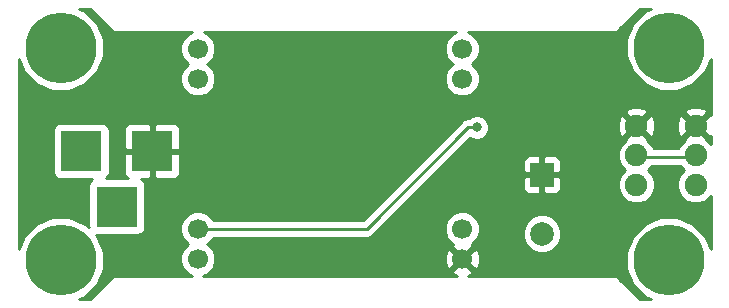
<source format=gbr>
%TF.GenerationSoftware,KiCad,Pcbnew,(5.0.0-3-g5ebb6b6)*%
%TF.CreationDate,2019-03-22T16:01:31+00:00*%
%TF.ProjectId,moodie_control_board,6D6F6F6469655F636F6E74726F6C5F62,rev?*%
%TF.SameCoordinates,Original*%
%TF.FileFunction,Copper,L1,Top,Signal*%
%TF.FilePolarity,Positive*%
%FSLAX46Y46*%
G04 Gerber Fmt 4.6, Leading zero omitted, Abs format (unit mm)*
G04 Created by KiCad (PCBNEW (5.0.0-3-g5ebb6b6)) date Friday 22 March 2019 at 16:01:31*
%MOMM*%
%LPD*%
G01*
G04 APERTURE LIST*
%ADD10C,6.000000*%
%ADD11C,1.900000*%
%ADD12C,2.000000*%
%ADD13R,2.000000X2.000000*%
%ADD14C,1.700000*%
%ADD15R,3.500000X3.500000*%
%ADD16C,0.800000*%
%ADD17C,0.250000*%
%ADD18C,0.254000*%
G04 APERTURE END LIST*
D10*
X102750000Y-106000000D03*
X102750000Y-88000000D03*
X51250000Y-106000000D03*
X51250000Y-88000000D03*
D11*
X100000000Y-94600000D03*
X100000000Y-99600000D03*
X100000000Y-97100000D03*
X105000000Y-94600000D03*
X105000000Y-97100000D03*
X105000000Y-99600000D03*
D12*
X92000000Y-103750000D03*
D13*
X92000000Y-98750000D03*
D14*
X85250000Y-88100000D03*
X85250000Y-90640000D03*
X85250000Y-103340000D03*
X85250000Y-105880000D03*
X62850000Y-88100000D03*
X62850000Y-90640000D03*
X62850000Y-103340000D03*
X62850000Y-105880000D03*
D15*
X56000000Y-101450000D03*
X53000000Y-96750000D03*
X59000000Y-96750000D03*
D16*
X86500000Y-94750000D03*
D17*
X77170000Y-103330000D02*
X62800000Y-103330000D01*
X105000000Y-97250000D02*
X100000000Y-97250000D01*
X86500000Y-94750000D02*
X85750000Y-94750000D01*
X85750000Y-94750000D02*
X77170000Y-103330000D01*
D18*
G36*
X55448508Y-86452599D02*
X55488119Y-86511881D01*
X55722972Y-86668805D01*
X55930074Y-86710000D01*
X55930078Y-86710000D01*
X55999999Y-86723908D01*
X56069920Y-86710000D01*
X62325265Y-86710000D01*
X62008815Y-86841078D01*
X61591078Y-87258815D01*
X61365000Y-87804615D01*
X61365000Y-88395385D01*
X61591078Y-88941185D01*
X62008815Y-89358922D01*
X62035560Y-89370000D01*
X62008815Y-89381078D01*
X61591078Y-89798815D01*
X61365000Y-90344615D01*
X61365000Y-90935385D01*
X61591078Y-91481185D01*
X62008815Y-91898922D01*
X62554615Y-92125000D01*
X63145385Y-92125000D01*
X63691185Y-91898922D01*
X64108922Y-91481185D01*
X64335000Y-90935385D01*
X64335000Y-90344615D01*
X64108922Y-89798815D01*
X63691185Y-89381078D01*
X63664440Y-89370000D01*
X63691185Y-89358922D01*
X64108922Y-88941185D01*
X64335000Y-88395385D01*
X64335000Y-87804615D01*
X64108922Y-87258815D01*
X63691185Y-86841078D01*
X63374735Y-86710000D01*
X84725265Y-86710000D01*
X84408815Y-86841078D01*
X83991078Y-87258815D01*
X83765000Y-87804615D01*
X83765000Y-88395385D01*
X83991078Y-88941185D01*
X84408815Y-89358922D01*
X84435560Y-89370000D01*
X84408815Y-89381078D01*
X83991078Y-89798815D01*
X83765000Y-90344615D01*
X83765000Y-90935385D01*
X83991078Y-91481185D01*
X84408815Y-91898922D01*
X84954615Y-92125000D01*
X85545385Y-92125000D01*
X86091185Y-91898922D01*
X86508922Y-91481185D01*
X86735000Y-90935385D01*
X86735000Y-90344615D01*
X86508922Y-89798815D01*
X86091185Y-89381078D01*
X86064440Y-89370000D01*
X86091185Y-89358922D01*
X86508922Y-88941185D01*
X86735000Y-88395385D01*
X86735000Y-87804615D01*
X86508922Y-87258815D01*
X86091185Y-86841078D01*
X85774735Y-86710000D01*
X97930076Y-86710000D01*
X98000000Y-86723909D01*
X98069924Y-86710000D01*
X98069926Y-86710000D01*
X98277028Y-86668805D01*
X98511881Y-86511881D01*
X98551494Y-86452596D01*
X100294091Y-84710000D01*
X101194050Y-84710000D01*
X100690938Y-84918396D01*
X99668396Y-85940938D01*
X99115000Y-87276954D01*
X99115000Y-88723046D01*
X99668396Y-90059062D01*
X100690938Y-91081604D01*
X102026954Y-91635000D01*
X103473046Y-91635000D01*
X104809062Y-91081604D01*
X105831604Y-90059062D01*
X106290000Y-88952396D01*
X106290000Y-93724665D01*
X106116350Y-93663255D01*
X105179605Y-94600000D01*
X106116350Y-95536745D01*
X106290000Y-95475335D01*
X106290000Y-96148472D01*
X105916141Y-95774613D01*
X105936745Y-95716350D01*
X105000000Y-94779605D01*
X104063255Y-95716350D01*
X104083859Y-95774613D01*
X103656302Y-96202170D01*
X103537079Y-96490000D01*
X101462921Y-96490000D01*
X101343698Y-96202170D01*
X100916141Y-95774613D01*
X100936745Y-95716350D01*
X100000000Y-94779605D01*
X99063255Y-95716350D01*
X99083859Y-95774613D01*
X98656302Y-96202170D01*
X98415000Y-96784724D01*
X98415000Y-97415276D01*
X98656302Y-97997830D01*
X99008472Y-98350000D01*
X98656302Y-98702170D01*
X98415000Y-99284724D01*
X98415000Y-99915276D01*
X98656302Y-100497830D01*
X99102170Y-100943698D01*
X99684724Y-101185000D01*
X100315276Y-101185000D01*
X100897830Y-100943698D01*
X101343698Y-100497830D01*
X101585000Y-99915276D01*
X101585000Y-99284724D01*
X101343698Y-98702170D01*
X100991528Y-98350000D01*
X101331528Y-98010000D01*
X103668472Y-98010000D01*
X104008472Y-98350000D01*
X103656302Y-98702170D01*
X103415000Y-99284724D01*
X103415000Y-99915276D01*
X103656302Y-100497830D01*
X104102170Y-100943698D01*
X104684724Y-101185000D01*
X105315276Y-101185000D01*
X105897830Y-100943698D01*
X106290001Y-100551527D01*
X106290001Y-105047606D01*
X105831604Y-103940938D01*
X104809062Y-102918396D01*
X103473046Y-102365000D01*
X102026954Y-102365000D01*
X100690938Y-102918396D01*
X99668396Y-103940938D01*
X99115000Y-105276954D01*
X99115000Y-106723046D01*
X99668396Y-108059062D01*
X100690938Y-109081604D01*
X101194050Y-109290000D01*
X100294091Y-109290000D01*
X98551494Y-107547404D01*
X98511881Y-107488119D01*
X98277028Y-107331195D01*
X98069926Y-107290000D01*
X98069924Y-107290000D01*
X98000000Y-107276091D01*
X97930076Y-107290000D01*
X85757071Y-107290000D01*
X86034080Y-107175259D01*
X86114353Y-106923958D01*
X85250000Y-106059605D01*
X84385647Y-106923958D01*
X84465920Y-107175259D01*
X84782225Y-107290000D01*
X63326451Y-107290000D01*
X63691185Y-107138922D01*
X64108922Y-106721185D01*
X64335000Y-106175385D01*
X64335000Y-105651279D01*
X83753282Y-105651279D01*
X83779685Y-106241458D01*
X83954741Y-106664080D01*
X84206042Y-106744353D01*
X85070395Y-105880000D01*
X85429605Y-105880000D01*
X86293958Y-106744353D01*
X86545259Y-106664080D01*
X86746718Y-106108721D01*
X86720315Y-105518542D01*
X86545259Y-105095920D01*
X86293958Y-105015647D01*
X85429605Y-105880000D01*
X85070395Y-105880000D01*
X84206042Y-105015647D01*
X83954741Y-105095920D01*
X83753282Y-105651279D01*
X64335000Y-105651279D01*
X64335000Y-105584615D01*
X64108922Y-105038815D01*
X63691185Y-104621078D01*
X63664440Y-104610000D01*
X63691185Y-104598922D01*
X64108922Y-104181185D01*
X64146692Y-104090000D01*
X77095153Y-104090000D01*
X77170000Y-104104888D01*
X77244847Y-104090000D01*
X77244852Y-104090000D01*
X77466537Y-104045904D01*
X77717929Y-103877929D01*
X77760331Y-103814470D01*
X78530186Y-103044615D01*
X83765000Y-103044615D01*
X83765000Y-103635385D01*
X83991078Y-104181185D01*
X84408815Y-104598922D01*
X84455247Y-104618155D01*
X84385647Y-104836042D01*
X85250000Y-105700395D01*
X86114353Y-104836042D01*
X86044753Y-104618155D01*
X86091185Y-104598922D01*
X86508922Y-104181185D01*
X86735000Y-103635385D01*
X86735000Y-103424778D01*
X90365000Y-103424778D01*
X90365000Y-104075222D01*
X90613914Y-104676153D01*
X91073847Y-105136086D01*
X91674778Y-105385000D01*
X92325222Y-105385000D01*
X92926153Y-105136086D01*
X93386086Y-104676153D01*
X93635000Y-104075222D01*
X93635000Y-103424778D01*
X93386086Y-102823847D01*
X92926153Y-102363914D01*
X92325222Y-102115000D01*
X91674778Y-102115000D01*
X91073847Y-102363914D01*
X90613914Y-102823847D01*
X90365000Y-103424778D01*
X86735000Y-103424778D01*
X86735000Y-103044615D01*
X86508922Y-102498815D01*
X86091185Y-102081078D01*
X85545385Y-101855000D01*
X84954615Y-101855000D01*
X84408815Y-102081078D01*
X83991078Y-102498815D01*
X83765000Y-103044615D01*
X78530186Y-103044615D01*
X82539052Y-99035750D01*
X90365000Y-99035750D01*
X90365000Y-99876309D01*
X90461673Y-100109698D01*
X90640301Y-100288327D01*
X90873690Y-100385000D01*
X91714250Y-100385000D01*
X91873000Y-100226250D01*
X91873000Y-98877000D01*
X92127000Y-98877000D01*
X92127000Y-100226250D01*
X92285750Y-100385000D01*
X93126310Y-100385000D01*
X93359699Y-100288327D01*
X93538327Y-100109698D01*
X93635000Y-99876309D01*
X93635000Y-99035750D01*
X93476250Y-98877000D01*
X92127000Y-98877000D01*
X91873000Y-98877000D01*
X90523750Y-98877000D01*
X90365000Y-99035750D01*
X82539052Y-99035750D01*
X83951111Y-97623691D01*
X90365000Y-97623691D01*
X90365000Y-98464250D01*
X90523750Y-98623000D01*
X91873000Y-98623000D01*
X91873000Y-97273750D01*
X92127000Y-97273750D01*
X92127000Y-98623000D01*
X93476250Y-98623000D01*
X93635000Y-98464250D01*
X93635000Y-97623691D01*
X93538327Y-97390302D01*
X93359699Y-97211673D01*
X93126310Y-97115000D01*
X92285750Y-97115000D01*
X92127000Y-97273750D01*
X91873000Y-97273750D01*
X91714250Y-97115000D01*
X90873690Y-97115000D01*
X90640301Y-97211673D01*
X90461673Y-97390302D01*
X90365000Y-97623691D01*
X83951111Y-97623691D01*
X85937516Y-95637287D01*
X86294126Y-95785000D01*
X86705874Y-95785000D01*
X87086280Y-95627431D01*
X87377431Y-95336280D01*
X87535000Y-94955874D01*
X87535000Y-94544126D01*
X87453513Y-94347398D01*
X98403812Y-94347398D01*
X98428648Y-94977461D01*
X98621981Y-95444208D01*
X98883650Y-95536745D01*
X99820395Y-94600000D01*
X100179605Y-94600000D01*
X101116350Y-95536745D01*
X101378019Y-95444208D01*
X101596188Y-94852602D01*
X101576274Y-94347398D01*
X103403812Y-94347398D01*
X103428648Y-94977461D01*
X103621981Y-95444208D01*
X103883650Y-95536745D01*
X104820395Y-94600000D01*
X103883650Y-93663255D01*
X103621981Y-93755792D01*
X103403812Y-94347398D01*
X101576274Y-94347398D01*
X101571352Y-94222539D01*
X101378019Y-93755792D01*
X101116350Y-93663255D01*
X100179605Y-94600000D01*
X99820395Y-94600000D01*
X98883650Y-93663255D01*
X98621981Y-93755792D01*
X98403812Y-94347398D01*
X87453513Y-94347398D01*
X87377431Y-94163720D01*
X87086280Y-93872569D01*
X86705874Y-93715000D01*
X86294126Y-93715000D01*
X85913720Y-93872569D01*
X85801027Y-93985262D01*
X85749999Y-93975112D01*
X85675152Y-93990000D01*
X85675148Y-93990000D01*
X85453463Y-94034096D01*
X85453461Y-94034097D01*
X85453462Y-94034097D01*
X85265526Y-94159671D01*
X85265524Y-94159673D01*
X85202071Y-94202071D01*
X85159673Y-94265524D01*
X76855199Y-102570000D01*
X64138408Y-102570000D01*
X64108922Y-102498815D01*
X63691185Y-102081078D01*
X63145385Y-101855000D01*
X62554615Y-101855000D01*
X62008815Y-102081078D01*
X61591078Y-102498815D01*
X61365000Y-103044615D01*
X61365000Y-103635385D01*
X61591078Y-104181185D01*
X62008815Y-104598922D01*
X62035560Y-104610000D01*
X62008815Y-104621078D01*
X61591078Y-105038815D01*
X61365000Y-105584615D01*
X61365000Y-106175385D01*
X61591078Y-106721185D01*
X62008815Y-107138922D01*
X62373549Y-107290000D01*
X56069920Y-107290000D01*
X55999999Y-107276092D01*
X55930078Y-107290000D01*
X55930074Y-107290000D01*
X55722972Y-107331195D01*
X55488119Y-107488119D01*
X55448508Y-107547401D01*
X53705910Y-109290000D01*
X52805950Y-109290000D01*
X53309062Y-109081604D01*
X54331604Y-108059062D01*
X54885000Y-106723046D01*
X54885000Y-105276954D01*
X54331604Y-103940938D01*
X54235153Y-103844487D01*
X54250000Y-103847440D01*
X57750000Y-103847440D01*
X57997765Y-103798157D01*
X58207809Y-103657809D01*
X58348157Y-103447765D01*
X58397440Y-103200000D01*
X58397440Y-99700000D01*
X58348157Y-99452235D01*
X58207809Y-99242191D01*
X58047388Y-99135000D01*
X58714250Y-99135000D01*
X58873000Y-98976250D01*
X58873000Y-96877000D01*
X59127000Y-96877000D01*
X59127000Y-98976250D01*
X59285750Y-99135000D01*
X60876309Y-99135000D01*
X61109698Y-99038327D01*
X61288327Y-98859699D01*
X61385000Y-98626310D01*
X61385000Y-97035750D01*
X61226250Y-96877000D01*
X59127000Y-96877000D01*
X58873000Y-96877000D01*
X56773750Y-96877000D01*
X56615000Y-97035750D01*
X56615000Y-98626310D01*
X56711673Y-98859699D01*
X56890302Y-99038327D01*
X56924663Y-99052560D01*
X55066005Y-99052560D01*
X55207809Y-98957809D01*
X55348157Y-98747765D01*
X55397440Y-98500000D01*
X55397440Y-95000000D01*
X55372316Y-94873690D01*
X56615000Y-94873690D01*
X56615000Y-96464250D01*
X56773750Y-96623000D01*
X58873000Y-96623000D01*
X58873000Y-94523750D01*
X59127000Y-94523750D01*
X59127000Y-96623000D01*
X61226250Y-96623000D01*
X61385000Y-96464250D01*
X61385000Y-94873690D01*
X61288327Y-94640301D01*
X61109698Y-94461673D01*
X60876309Y-94365000D01*
X59285750Y-94365000D01*
X59127000Y-94523750D01*
X58873000Y-94523750D01*
X58714250Y-94365000D01*
X57123691Y-94365000D01*
X56890302Y-94461673D01*
X56711673Y-94640301D01*
X56615000Y-94873690D01*
X55372316Y-94873690D01*
X55348157Y-94752235D01*
X55207809Y-94542191D01*
X54997765Y-94401843D01*
X54750000Y-94352560D01*
X51250000Y-94352560D01*
X51002235Y-94401843D01*
X50792191Y-94542191D01*
X50651843Y-94752235D01*
X50602560Y-95000000D01*
X50602560Y-98500000D01*
X50651843Y-98747765D01*
X50792191Y-98957809D01*
X51002235Y-99098157D01*
X51250000Y-99147440D01*
X53933995Y-99147440D01*
X53792191Y-99242191D01*
X53651843Y-99452235D01*
X53602560Y-99700000D01*
X53602560Y-103200000D01*
X53605513Y-103214847D01*
X53309062Y-102918396D01*
X51973046Y-102365000D01*
X50526954Y-102365000D01*
X49190938Y-102918396D01*
X48168396Y-103940938D01*
X47710000Y-105047604D01*
X47710000Y-93483650D01*
X99063255Y-93483650D01*
X100000000Y-94420395D01*
X100936745Y-93483650D01*
X104063255Y-93483650D01*
X105000000Y-94420395D01*
X105936745Y-93483650D01*
X105844208Y-93221981D01*
X105252602Y-93003812D01*
X104622539Y-93028648D01*
X104155792Y-93221981D01*
X104063255Y-93483650D01*
X100936745Y-93483650D01*
X100844208Y-93221981D01*
X100252602Y-93003812D01*
X99622539Y-93028648D01*
X99155792Y-93221981D01*
X99063255Y-93483650D01*
X47710000Y-93483650D01*
X47710000Y-88952396D01*
X48168396Y-90059062D01*
X49190938Y-91081604D01*
X50526954Y-91635000D01*
X51973046Y-91635000D01*
X53309062Y-91081604D01*
X54331604Y-90059062D01*
X54885000Y-88723046D01*
X54885000Y-87276954D01*
X54331604Y-85940938D01*
X53309062Y-84918396D01*
X52805950Y-84710000D01*
X53705910Y-84710000D01*
X55448508Y-86452599D01*
X55448508Y-86452599D01*
G37*
X55448508Y-86452599D02*
X55488119Y-86511881D01*
X55722972Y-86668805D01*
X55930074Y-86710000D01*
X55930078Y-86710000D01*
X55999999Y-86723908D01*
X56069920Y-86710000D01*
X62325265Y-86710000D01*
X62008815Y-86841078D01*
X61591078Y-87258815D01*
X61365000Y-87804615D01*
X61365000Y-88395385D01*
X61591078Y-88941185D01*
X62008815Y-89358922D01*
X62035560Y-89370000D01*
X62008815Y-89381078D01*
X61591078Y-89798815D01*
X61365000Y-90344615D01*
X61365000Y-90935385D01*
X61591078Y-91481185D01*
X62008815Y-91898922D01*
X62554615Y-92125000D01*
X63145385Y-92125000D01*
X63691185Y-91898922D01*
X64108922Y-91481185D01*
X64335000Y-90935385D01*
X64335000Y-90344615D01*
X64108922Y-89798815D01*
X63691185Y-89381078D01*
X63664440Y-89370000D01*
X63691185Y-89358922D01*
X64108922Y-88941185D01*
X64335000Y-88395385D01*
X64335000Y-87804615D01*
X64108922Y-87258815D01*
X63691185Y-86841078D01*
X63374735Y-86710000D01*
X84725265Y-86710000D01*
X84408815Y-86841078D01*
X83991078Y-87258815D01*
X83765000Y-87804615D01*
X83765000Y-88395385D01*
X83991078Y-88941185D01*
X84408815Y-89358922D01*
X84435560Y-89370000D01*
X84408815Y-89381078D01*
X83991078Y-89798815D01*
X83765000Y-90344615D01*
X83765000Y-90935385D01*
X83991078Y-91481185D01*
X84408815Y-91898922D01*
X84954615Y-92125000D01*
X85545385Y-92125000D01*
X86091185Y-91898922D01*
X86508922Y-91481185D01*
X86735000Y-90935385D01*
X86735000Y-90344615D01*
X86508922Y-89798815D01*
X86091185Y-89381078D01*
X86064440Y-89370000D01*
X86091185Y-89358922D01*
X86508922Y-88941185D01*
X86735000Y-88395385D01*
X86735000Y-87804615D01*
X86508922Y-87258815D01*
X86091185Y-86841078D01*
X85774735Y-86710000D01*
X97930076Y-86710000D01*
X98000000Y-86723909D01*
X98069924Y-86710000D01*
X98069926Y-86710000D01*
X98277028Y-86668805D01*
X98511881Y-86511881D01*
X98551494Y-86452596D01*
X100294091Y-84710000D01*
X101194050Y-84710000D01*
X100690938Y-84918396D01*
X99668396Y-85940938D01*
X99115000Y-87276954D01*
X99115000Y-88723046D01*
X99668396Y-90059062D01*
X100690938Y-91081604D01*
X102026954Y-91635000D01*
X103473046Y-91635000D01*
X104809062Y-91081604D01*
X105831604Y-90059062D01*
X106290000Y-88952396D01*
X106290000Y-93724665D01*
X106116350Y-93663255D01*
X105179605Y-94600000D01*
X106116350Y-95536745D01*
X106290000Y-95475335D01*
X106290000Y-96148472D01*
X105916141Y-95774613D01*
X105936745Y-95716350D01*
X105000000Y-94779605D01*
X104063255Y-95716350D01*
X104083859Y-95774613D01*
X103656302Y-96202170D01*
X103537079Y-96490000D01*
X101462921Y-96490000D01*
X101343698Y-96202170D01*
X100916141Y-95774613D01*
X100936745Y-95716350D01*
X100000000Y-94779605D01*
X99063255Y-95716350D01*
X99083859Y-95774613D01*
X98656302Y-96202170D01*
X98415000Y-96784724D01*
X98415000Y-97415276D01*
X98656302Y-97997830D01*
X99008472Y-98350000D01*
X98656302Y-98702170D01*
X98415000Y-99284724D01*
X98415000Y-99915276D01*
X98656302Y-100497830D01*
X99102170Y-100943698D01*
X99684724Y-101185000D01*
X100315276Y-101185000D01*
X100897830Y-100943698D01*
X101343698Y-100497830D01*
X101585000Y-99915276D01*
X101585000Y-99284724D01*
X101343698Y-98702170D01*
X100991528Y-98350000D01*
X101331528Y-98010000D01*
X103668472Y-98010000D01*
X104008472Y-98350000D01*
X103656302Y-98702170D01*
X103415000Y-99284724D01*
X103415000Y-99915276D01*
X103656302Y-100497830D01*
X104102170Y-100943698D01*
X104684724Y-101185000D01*
X105315276Y-101185000D01*
X105897830Y-100943698D01*
X106290001Y-100551527D01*
X106290001Y-105047606D01*
X105831604Y-103940938D01*
X104809062Y-102918396D01*
X103473046Y-102365000D01*
X102026954Y-102365000D01*
X100690938Y-102918396D01*
X99668396Y-103940938D01*
X99115000Y-105276954D01*
X99115000Y-106723046D01*
X99668396Y-108059062D01*
X100690938Y-109081604D01*
X101194050Y-109290000D01*
X100294091Y-109290000D01*
X98551494Y-107547404D01*
X98511881Y-107488119D01*
X98277028Y-107331195D01*
X98069926Y-107290000D01*
X98069924Y-107290000D01*
X98000000Y-107276091D01*
X97930076Y-107290000D01*
X85757071Y-107290000D01*
X86034080Y-107175259D01*
X86114353Y-106923958D01*
X85250000Y-106059605D01*
X84385647Y-106923958D01*
X84465920Y-107175259D01*
X84782225Y-107290000D01*
X63326451Y-107290000D01*
X63691185Y-107138922D01*
X64108922Y-106721185D01*
X64335000Y-106175385D01*
X64335000Y-105651279D01*
X83753282Y-105651279D01*
X83779685Y-106241458D01*
X83954741Y-106664080D01*
X84206042Y-106744353D01*
X85070395Y-105880000D01*
X85429605Y-105880000D01*
X86293958Y-106744353D01*
X86545259Y-106664080D01*
X86746718Y-106108721D01*
X86720315Y-105518542D01*
X86545259Y-105095920D01*
X86293958Y-105015647D01*
X85429605Y-105880000D01*
X85070395Y-105880000D01*
X84206042Y-105015647D01*
X83954741Y-105095920D01*
X83753282Y-105651279D01*
X64335000Y-105651279D01*
X64335000Y-105584615D01*
X64108922Y-105038815D01*
X63691185Y-104621078D01*
X63664440Y-104610000D01*
X63691185Y-104598922D01*
X64108922Y-104181185D01*
X64146692Y-104090000D01*
X77095153Y-104090000D01*
X77170000Y-104104888D01*
X77244847Y-104090000D01*
X77244852Y-104090000D01*
X77466537Y-104045904D01*
X77717929Y-103877929D01*
X77760331Y-103814470D01*
X78530186Y-103044615D01*
X83765000Y-103044615D01*
X83765000Y-103635385D01*
X83991078Y-104181185D01*
X84408815Y-104598922D01*
X84455247Y-104618155D01*
X84385647Y-104836042D01*
X85250000Y-105700395D01*
X86114353Y-104836042D01*
X86044753Y-104618155D01*
X86091185Y-104598922D01*
X86508922Y-104181185D01*
X86735000Y-103635385D01*
X86735000Y-103424778D01*
X90365000Y-103424778D01*
X90365000Y-104075222D01*
X90613914Y-104676153D01*
X91073847Y-105136086D01*
X91674778Y-105385000D01*
X92325222Y-105385000D01*
X92926153Y-105136086D01*
X93386086Y-104676153D01*
X93635000Y-104075222D01*
X93635000Y-103424778D01*
X93386086Y-102823847D01*
X92926153Y-102363914D01*
X92325222Y-102115000D01*
X91674778Y-102115000D01*
X91073847Y-102363914D01*
X90613914Y-102823847D01*
X90365000Y-103424778D01*
X86735000Y-103424778D01*
X86735000Y-103044615D01*
X86508922Y-102498815D01*
X86091185Y-102081078D01*
X85545385Y-101855000D01*
X84954615Y-101855000D01*
X84408815Y-102081078D01*
X83991078Y-102498815D01*
X83765000Y-103044615D01*
X78530186Y-103044615D01*
X82539052Y-99035750D01*
X90365000Y-99035750D01*
X90365000Y-99876309D01*
X90461673Y-100109698D01*
X90640301Y-100288327D01*
X90873690Y-100385000D01*
X91714250Y-100385000D01*
X91873000Y-100226250D01*
X91873000Y-98877000D01*
X92127000Y-98877000D01*
X92127000Y-100226250D01*
X92285750Y-100385000D01*
X93126310Y-100385000D01*
X93359699Y-100288327D01*
X93538327Y-100109698D01*
X93635000Y-99876309D01*
X93635000Y-99035750D01*
X93476250Y-98877000D01*
X92127000Y-98877000D01*
X91873000Y-98877000D01*
X90523750Y-98877000D01*
X90365000Y-99035750D01*
X82539052Y-99035750D01*
X83951111Y-97623691D01*
X90365000Y-97623691D01*
X90365000Y-98464250D01*
X90523750Y-98623000D01*
X91873000Y-98623000D01*
X91873000Y-97273750D01*
X92127000Y-97273750D01*
X92127000Y-98623000D01*
X93476250Y-98623000D01*
X93635000Y-98464250D01*
X93635000Y-97623691D01*
X93538327Y-97390302D01*
X93359699Y-97211673D01*
X93126310Y-97115000D01*
X92285750Y-97115000D01*
X92127000Y-97273750D01*
X91873000Y-97273750D01*
X91714250Y-97115000D01*
X90873690Y-97115000D01*
X90640301Y-97211673D01*
X90461673Y-97390302D01*
X90365000Y-97623691D01*
X83951111Y-97623691D01*
X85937516Y-95637287D01*
X86294126Y-95785000D01*
X86705874Y-95785000D01*
X87086280Y-95627431D01*
X87377431Y-95336280D01*
X87535000Y-94955874D01*
X87535000Y-94544126D01*
X87453513Y-94347398D01*
X98403812Y-94347398D01*
X98428648Y-94977461D01*
X98621981Y-95444208D01*
X98883650Y-95536745D01*
X99820395Y-94600000D01*
X100179605Y-94600000D01*
X101116350Y-95536745D01*
X101378019Y-95444208D01*
X101596188Y-94852602D01*
X101576274Y-94347398D01*
X103403812Y-94347398D01*
X103428648Y-94977461D01*
X103621981Y-95444208D01*
X103883650Y-95536745D01*
X104820395Y-94600000D01*
X103883650Y-93663255D01*
X103621981Y-93755792D01*
X103403812Y-94347398D01*
X101576274Y-94347398D01*
X101571352Y-94222539D01*
X101378019Y-93755792D01*
X101116350Y-93663255D01*
X100179605Y-94600000D01*
X99820395Y-94600000D01*
X98883650Y-93663255D01*
X98621981Y-93755792D01*
X98403812Y-94347398D01*
X87453513Y-94347398D01*
X87377431Y-94163720D01*
X87086280Y-93872569D01*
X86705874Y-93715000D01*
X86294126Y-93715000D01*
X85913720Y-93872569D01*
X85801027Y-93985262D01*
X85749999Y-93975112D01*
X85675152Y-93990000D01*
X85675148Y-93990000D01*
X85453463Y-94034096D01*
X85453461Y-94034097D01*
X85453462Y-94034097D01*
X85265526Y-94159671D01*
X85265524Y-94159673D01*
X85202071Y-94202071D01*
X85159673Y-94265524D01*
X76855199Y-102570000D01*
X64138408Y-102570000D01*
X64108922Y-102498815D01*
X63691185Y-102081078D01*
X63145385Y-101855000D01*
X62554615Y-101855000D01*
X62008815Y-102081078D01*
X61591078Y-102498815D01*
X61365000Y-103044615D01*
X61365000Y-103635385D01*
X61591078Y-104181185D01*
X62008815Y-104598922D01*
X62035560Y-104610000D01*
X62008815Y-104621078D01*
X61591078Y-105038815D01*
X61365000Y-105584615D01*
X61365000Y-106175385D01*
X61591078Y-106721185D01*
X62008815Y-107138922D01*
X62373549Y-107290000D01*
X56069920Y-107290000D01*
X55999999Y-107276092D01*
X55930078Y-107290000D01*
X55930074Y-107290000D01*
X55722972Y-107331195D01*
X55488119Y-107488119D01*
X55448508Y-107547401D01*
X53705910Y-109290000D01*
X52805950Y-109290000D01*
X53309062Y-109081604D01*
X54331604Y-108059062D01*
X54885000Y-106723046D01*
X54885000Y-105276954D01*
X54331604Y-103940938D01*
X54235153Y-103844487D01*
X54250000Y-103847440D01*
X57750000Y-103847440D01*
X57997765Y-103798157D01*
X58207809Y-103657809D01*
X58348157Y-103447765D01*
X58397440Y-103200000D01*
X58397440Y-99700000D01*
X58348157Y-99452235D01*
X58207809Y-99242191D01*
X58047388Y-99135000D01*
X58714250Y-99135000D01*
X58873000Y-98976250D01*
X58873000Y-96877000D01*
X59127000Y-96877000D01*
X59127000Y-98976250D01*
X59285750Y-99135000D01*
X60876309Y-99135000D01*
X61109698Y-99038327D01*
X61288327Y-98859699D01*
X61385000Y-98626310D01*
X61385000Y-97035750D01*
X61226250Y-96877000D01*
X59127000Y-96877000D01*
X58873000Y-96877000D01*
X56773750Y-96877000D01*
X56615000Y-97035750D01*
X56615000Y-98626310D01*
X56711673Y-98859699D01*
X56890302Y-99038327D01*
X56924663Y-99052560D01*
X55066005Y-99052560D01*
X55207809Y-98957809D01*
X55348157Y-98747765D01*
X55397440Y-98500000D01*
X55397440Y-95000000D01*
X55372316Y-94873690D01*
X56615000Y-94873690D01*
X56615000Y-96464250D01*
X56773750Y-96623000D01*
X58873000Y-96623000D01*
X58873000Y-94523750D01*
X59127000Y-94523750D01*
X59127000Y-96623000D01*
X61226250Y-96623000D01*
X61385000Y-96464250D01*
X61385000Y-94873690D01*
X61288327Y-94640301D01*
X61109698Y-94461673D01*
X60876309Y-94365000D01*
X59285750Y-94365000D01*
X59127000Y-94523750D01*
X58873000Y-94523750D01*
X58714250Y-94365000D01*
X57123691Y-94365000D01*
X56890302Y-94461673D01*
X56711673Y-94640301D01*
X56615000Y-94873690D01*
X55372316Y-94873690D01*
X55348157Y-94752235D01*
X55207809Y-94542191D01*
X54997765Y-94401843D01*
X54750000Y-94352560D01*
X51250000Y-94352560D01*
X51002235Y-94401843D01*
X50792191Y-94542191D01*
X50651843Y-94752235D01*
X50602560Y-95000000D01*
X50602560Y-98500000D01*
X50651843Y-98747765D01*
X50792191Y-98957809D01*
X51002235Y-99098157D01*
X51250000Y-99147440D01*
X53933995Y-99147440D01*
X53792191Y-99242191D01*
X53651843Y-99452235D01*
X53602560Y-99700000D01*
X53602560Y-103200000D01*
X53605513Y-103214847D01*
X53309062Y-102918396D01*
X51973046Y-102365000D01*
X50526954Y-102365000D01*
X49190938Y-102918396D01*
X48168396Y-103940938D01*
X47710000Y-105047604D01*
X47710000Y-93483650D01*
X99063255Y-93483650D01*
X100000000Y-94420395D01*
X100936745Y-93483650D01*
X104063255Y-93483650D01*
X105000000Y-94420395D01*
X105936745Y-93483650D01*
X105844208Y-93221981D01*
X105252602Y-93003812D01*
X104622539Y-93028648D01*
X104155792Y-93221981D01*
X104063255Y-93483650D01*
X100936745Y-93483650D01*
X100844208Y-93221981D01*
X100252602Y-93003812D01*
X99622539Y-93028648D01*
X99155792Y-93221981D01*
X99063255Y-93483650D01*
X47710000Y-93483650D01*
X47710000Y-88952396D01*
X48168396Y-90059062D01*
X49190938Y-91081604D01*
X50526954Y-91635000D01*
X51973046Y-91635000D01*
X53309062Y-91081604D01*
X54331604Y-90059062D01*
X54885000Y-88723046D01*
X54885000Y-87276954D01*
X54331604Y-85940938D01*
X53309062Y-84918396D01*
X52805950Y-84710000D01*
X53705910Y-84710000D01*
X55448508Y-86452599D01*
M02*

</source>
